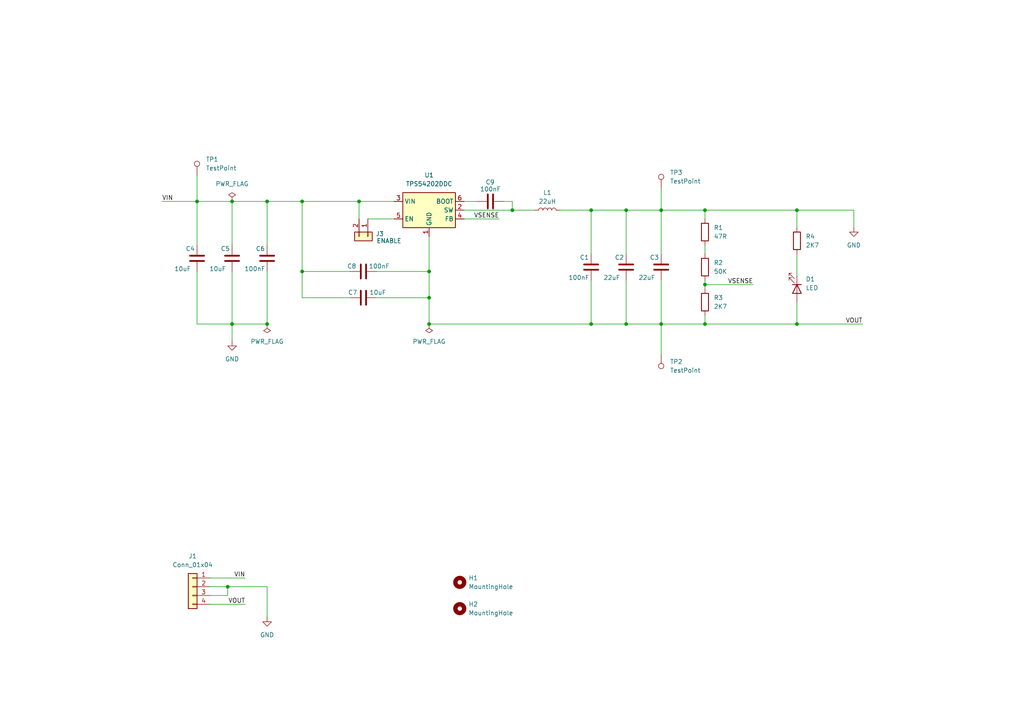
<source format=kicad_sch>
(kicad_sch (version 20231120) (generator "eeschema") (generator_version "8.0")
  (paper "A4")
  (lib_symbols
    (symbol "Connector:TestPoint" (pin_numbers hide) (pin_names (offset 0.762) hide)
      (property "Reference" "TP" (at 0 6.858 0))
      (property "Value" "TestPoint" (at 0 5.08 0))
      (symbol "TestPoint_0_1"
        (circle (center 0 3.302) (radius 0.762))
      )
      (symbol "TestPoint_1_1"
        (pin passive line (at 0 0 90) (length 2.54) (name "1") (number "1"))
      )
    )
    (symbol "Connector_Generic:Conn_01x02" (pin_names (offset 1.016) hide)
      (property "Reference" "J" (at 0 2.54 0))
      (property "Value" "Conn_01x02" (at 0 -5.08 0))
      (symbol "Conn_01x02_1_1"
        (rectangle (start -1.27 -2.413) (end 0 -2.667) (stroke (width 0.1524)))
        (rectangle (start -1.27 0.127) (end 0 -0.127) (stroke (width 0.1524)))
        (rectangle (start -1.27 1.27) (end 1.27 -3.81) (stroke (width 0.254)) (fill (type background)))
        (pin passive line (at -5.08 0 0) (length 3.81) (name "Pin_1") (number "1"))
        (pin passive line (at -5.08 -2.54 0) (length 3.81) (name "Pin_2") (number "2"))
      )
    )
    (symbol "Connector_Generic:Conn_01x04" (pin_names (offset 1.016) hide)
      (property "Reference" "J" (at 0 5.08 0))
      (property "Value" "Conn_01x04" (at 0 -7.62 0))
      (symbol "Conn_01x04_1_1"
        (rectangle (start -1.27 -4.953) (end 0 -5.207) (stroke (width 0.1524)))
        (rectangle (start -1.27 -2.413) (end 0 -2.667) (stroke (width 0.1524)))
        (rectangle (start -1.27 0.127) (end 0 -0.127) (stroke (width 0.1524)))
        (rectangle (start -1.27 2.667) (end 0 2.413) (stroke (width 0.1524)))
        (rectangle (start -1.27 3.81) (end 1.27 -6.35) (stroke (width 0.254)) (fill (type background)))
        (pin passive line (at -5.08 2.54 0) (length 3.81) (name "Pin_1") (number "1"))
        (pin passive line (at -5.08 0 0) (length 3.81) (name "Pin_2") (number "2"))
        (pin passive line (at -5.08 -2.54 0) (length 3.81) (name "Pin_3") (number "3"))
        (pin passive line (at -5.08 -5.08 0) (length 3.81) (name "Pin_4") (number "4"))
      )
    )
    (symbol "Device:C" (pin_numbers hide) (pin_names (offset 0.254))
      (property "Reference" "C" (at 0.635 2.54 0))
      (property "Value" "C" (at 0.635 -2.54 0))
      (symbol "C_0_1"
        (polyline (pts (xy -2.032 -0.762) (xy 2.032 -0.762)) (stroke (width 0.508)))
        (polyline (pts (xy -2.032 0.762) (xy 2.032 0.762)) (stroke (width 0.508)))
      )
      (symbol "C_1_1"
        (pin passive line (at 0 3.81 270) (length 2.794) (name "~") (number "1"))
        (pin passive line (at 0 -3.81 90) (length 2.794) (name "~") (number "2"))
      )
    )
    (symbol "Device:L" (pin_numbers hide) (pin_names (offset 1.016) hide)
      (property "Reference" "L" (at -1.27 0 90))
      (property "Value" "L" (at 1.905 0 90))
      (symbol "L_0_1"
        (arc (start 0 -2.54) (mid 0.6323 -1.905) (end 0 -1.27))
        (arc (start 0 -1.27) (mid 0.6323 -0.635) (end 0 0))
        (arc (start 0 0) (mid 0.6323 0.635) (end 0 1.27))
        (arc (start 0 1.27) (mid 0.6323 1.905) (end 0 2.54))
      )
      (symbol "L_1_1"
        (pin passive line (at 0 3.81 270) (length 1.27) (name "1") (number "1"))
        (pin passive line (at 0 -3.81 90) (length 1.27) (name "2") (number "2"))
      )
    )
    (symbol "Device:LED" (pin_numbers hide) (pin_names (offset 1.016) hide)
      (property "Reference" "D" (at 0 2.54 0))
      (property "Value" "LED" (at 0 -2.54 0))
      (symbol "LED_0_1"
        (polyline (pts (xy -1.27 -1.27) (xy -1.27 1.27)) (stroke (width 0.254)))
        (polyline (pts (xy -1.27 0) (xy 1.27 0)))
        (polyline (pts (xy 1.27 -1.27) (xy 1.27 1.27) (xy -1.27 0) (xy 1.27 -1.27)) (stroke (width 0.254)))
        (polyline (pts (xy -3.048 -0.762) (xy -4.572 -2.286) (xy -3.81 -2.286) (xy -4.572 -2.286) (xy -4.572 -1.524)))
        (polyline (pts (xy -1.778 -0.762) (xy -3.302 -2.286) (xy -2.54 -2.286) (xy -3.302 -2.286) (xy -3.302 -1.524)))
      )
      (symbol "LED_1_1"
        (pin passive line (at -3.81 0 0) (length 2.54) (name "K") (number "1"))
        (pin passive line (at 3.81 0 180) (length 2.54) (name "A") (number "2"))
      )
    )
    (symbol "Device:R" (pin_numbers hide) (pin_names (offset 0))
      (property "Reference" "R" (at 2.032 0 90))
      (property "Value" "R" (at 0 0 90))
      (symbol "R_0_1"
        (rectangle (start -1.016 -2.54) (end 1.016 2.54) (stroke (width 0.254)))
      )
      (symbol "R_1_1"
        (pin passive line (at 0 3.81 270) (length 1.27) (name "~") (number "1"))
        (pin passive line (at 0 -3.81 90) (length 1.27) (name "~") (number "2"))
      )
    )
    (symbol "Mechanical:MountingHole" (pin_names (offset 1.016)) (exclude_from_sim yes) (in_bom no)
      (property "Reference" "H" (at 0 5.08 0))
      (property "Value" "MountingHole" (at 0 3.175 0))
      (symbol "MountingHole_0_1"
        (circle (center 0 0) (radius 1.27) (stroke (width 1.27)))
      )
    )
    (symbol "Regulator_Switching:TPS54202DDC"
      (property "Reference" "U" (at -7.62 6.35 0))
      (property "Value" "TPS54202DDC" (at 0 6.35 0))
      (symbol "TPS54202DDC_0_1"
        (rectangle (start -7.62 5.08) (end 7.62 -5.08) (stroke (width 0.254)) (fill (type background)))
      )
      (symbol "TPS54202DDC_1_1"
        (pin power_in line (at 0 -7.62 90) (length 2.54) (name "GND") (number "1"))
        (pin power_out line (at 10.16 0 180) (length 2.54) (name "SW") (number "2"))
        (pin power_in line (at -10.16 2.54 0) (length 2.54) (name "VIN") (number "3"))
        (pin input line (at 10.16 -2.54 180) (length 2.54) (name "FB") (number "4"))
        (pin input line (at -10.16 -2.54 0) (length 2.54) (name "EN") (number "5"))
        (pin passive line (at 10.16 2.54 180) (length 2.54) (name "BOOT") (number "6"))
      )
    )
    (symbol "power:GND" (power) (pin_numbers hide) (pin_names (offset 0) hide)
      (property "Value" "GND" (at 0 -3.81 0))
      (symbol "GND_0_1"
        (polyline (pts (xy 0 0) (xy 0 -1.27) (xy 1.27 -1.27) (xy 0 -2.54) (xy -1.27 -1.27) (xy 0 -1.27)))
      )
      (symbol "GND_1_1"
        (pin power_in line (at 0 0 270) (length 0) (name "~") (number "1"))
      )
    )
    (symbol "power:PWR_FLAG" (power) (pin_numbers hide) (pin_names (offset 0) hide)
      (property "Value" "PWR_FLAG" (at 0 3.81 0))
      (symbol "PWR_FLAG_0_0"
        (pin power_out line (at 0 0 90) (length 0) (name "~") (number "1"))
      )
      (symbol "PWR_FLAG_0_1"
        (polyline (pts (xy 0 0) (xy 0 1.27) (xy -1.016 1.905) (xy 0 2.54) (xy 1.016 1.905) (xy 0 1.27)))
      )
    )
  )
  (junction (at 124.46 86.36))
  (junction (at 67.31 58.42))
  (junction (at 204.47 82.55))
  (junction (at 181.61 60.96))
  (junction (at 204.47 93.98))
  (junction (at 77.47 93.98))
  (junction (at 104.14 58.42))
  (junction (at 124.46 93.98))
  (junction (at 124.46 78.74))
  (junction (at 191.77 60.96))
  (junction (at 87.63 78.74))
  (junction (at 87.63 58.42))
  (junction (at 77.47 58.42))
  (junction (at 171.45 93.98))
  (junction (at 148.59 60.96))
  (junction (at 204.47 60.96))
  (junction (at 67.31 93.98))
  (junction (at 181.61 93.98))
  (junction (at 171.45 60.96))
  (junction (at 66.04 170.18))
  (junction (at 231.14 93.98))
  (junction (at 231.14 60.96))
  (junction (at 57.15 58.42))
  (junction (at 191.77 93.98))
  (wire (pts (xy 77.47 170.18) (xy 77.47 179.07)))
  (wire (pts (xy 60.96 172.72) (xy 66.04 172.72)))
  (wire (pts (xy 67.31 93.98) (xy 67.31 99.06)))
  (wire (pts (xy 109.22 86.36) (xy 124.46 86.36)))
  (wire (pts (xy 67.31 93.98) (xy 77.47 93.98)))
  (wire (pts (xy 87.63 86.36) (xy 101.6 86.36)))
  (wire (pts (xy 57.15 58.42) (xy 67.31 58.42)))
  (wire (pts (xy 134.62 60.96) (xy 148.59 60.96)))
  (wire (pts (xy 124.46 93.98) (xy 171.45 93.98)))
  (wire (pts (xy 77.47 58.42) (xy 87.63 58.42)))
  (wire (pts (xy 204.47 91.44) (xy 204.47 93.98)))
  (wire (pts (xy 67.31 58.42) (xy 67.31 71.12)))
  (wire (pts (xy 181.61 60.96) (xy 191.77 60.96)))
  (wire (pts (xy 148.59 58.42) (xy 148.59 60.96)))
  (wire (pts (xy 146.05 58.42) (xy 148.59 58.42)))
  (wire (pts (xy 204.47 82.55) (xy 204.47 83.82)))
  (wire (pts (xy 60.96 170.18) (xy 66.04 170.18)))
  (wire (pts (xy 191.77 81.28) (xy 191.77 93.98)))
  (wire (pts (xy 87.63 78.74) (xy 87.63 86.36)))
  (wire (pts (xy 77.47 58.42) (xy 77.47 71.12)))
  (wire (pts (xy 60.96 175.26) (xy 71.12 175.26)))
  (wire (pts (xy 181.61 93.98) (xy 191.77 93.98)))
  (wire (pts (xy 57.15 93.98) (xy 67.31 93.98)))
  (wire (pts (xy 204.47 93.98) (xy 231.14 93.98)))
  (wire (pts (xy 171.45 60.96) (xy 181.61 60.96)))
  (wire (pts (xy 67.31 58.42) (xy 77.47 58.42)))
  (wire (pts (xy 181.61 60.96) (xy 181.61 73.66)))
  (wire (pts (xy 60.96 167.64) (xy 71.12 167.64)))
  (wire (pts (xy 77.47 78.74) (xy 77.47 93.98)))
  (wire (pts (xy 191.77 93.98) (xy 191.77 102.87)))
  (wire (pts (xy 231.14 73.66) (xy 231.14 80.01)))
  (wire (pts (xy 124.46 78.74) (xy 124.46 86.36)))
  (wire (pts (xy 134.62 58.42) (xy 138.43 58.42)))
  (wire (pts (xy 57.15 58.42) (xy 46.99 58.42)))
  (wire (pts (xy 181.61 81.28) (xy 181.61 93.98)))
  (wire (pts (xy 171.45 81.28) (xy 171.45 93.98)))
  (wire (pts (xy 57.15 78.74) (xy 57.15 93.98)))
  (wire (pts (xy 87.63 78.74) (xy 101.6 78.74)))
  (wire (pts (xy 162.56 60.96) (xy 171.45 60.96)))
  (wire (pts (xy 231.14 60.96) (xy 247.65 60.96)))
  (wire (pts (xy 191.77 54.61) (xy 191.77 60.96)))
  (wire (pts (xy 247.65 60.96) (xy 247.65 66.04)))
  (wire (pts (xy 66.04 170.18) (xy 77.47 170.18)))
  (wire (pts (xy 87.63 58.42) (xy 87.63 78.74)))
  (wire (pts (xy 104.14 58.42) (xy 114.3 58.42)))
  (wire (pts (xy 204.47 60.96) (xy 204.47 63.5)))
  (wire (pts (xy 191.77 93.98) (xy 204.47 93.98)))
  (wire (pts (xy 191.77 60.96) (xy 204.47 60.96)))
  (wire (pts (xy 171.45 93.98) (xy 181.61 93.98)))
  (wire (pts (xy 171.45 60.96) (xy 171.45 73.66)))
  (wire (pts (xy 114.3 63.5) (xy 106.68 63.5)))
  (wire (pts (xy 204.47 60.96) (xy 231.14 60.96)))
  (wire (pts (xy 124.46 86.36) (xy 124.46 93.98)))
  (wire (pts (xy 87.63 58.42) (xy 104.14 58.42)))
  (wire (pts (xy 66.04 172.72) (xy 66.04 170.18)))
  (wire (pts (xy 104.14 63.5) (xy 104.14 58.42)))
  (wire (pts (xy 204.47 81.28) (xy 204.47 82.55)))
  (wire (pts (xy 67.31 78.74) (xy 67.31 93.98)))
  (wire (pts (xy 204.47 82.55) (xy 218.44 82.55)))
  (wire (pts (xy 57.15 58.42) (xy 57.15 71.12)))
  (wire (pts (xy 231.14 87.63) (xy 231.14 93.98)))
  (wire (pts (xy 191.77 60.96) (xy 191.77 73.66)))
  (wire (pts (xy 231.14 93.98) (xy 250.19 93.98)))
  (wire (pts (xy 148.59 60.96) (xy 154.94 60.96)))
  (wire (pts (xy 124.46 68.58) (xy 124.46 78.74)))
  (wire (pts (xy 204.47 71.12) (xy 204.47 73.66)))
  (wire (pts (xy 57.15 50.8) (xy 57.15 58.42)))
  (wire (pts (xy 109.22 78.74) (xy 124.46 78.74)))
  (wire (pts (xy 231.14 60.96) (xy 231.14 66.04)))
  (wire (pts (xy 134.62 63.5) (xy 144.78 63.5)))
  (label "VSENSE" (at 144.78 63.5 180))
  (label "VSENSE" (at 218.44 82.55 180))
  (label "VOUT" (at 250.19 93.98 180))
  (label "VIN" (at 46.99 58.42 0))
  (label "VOUT" (at 71.12 175.26 180))
  (label "VIN" (at 71.12 167.64 180))
  (symbol (lib_id "Device:R") (at 204.47 77.47 180) (unit 1)
    (property "Reference" "R2" (at 207.01 76.1999 0) (effects (justify right)))
    (property "Value" "50K" (at 207.01 78.7399 0) (effects (justify right)))
    (property "Footprint" "Resistor_SMD:R_0805_2012Metric_Pad1.20x1.40mm_HandSolder" (effects (hide yes)))
    (property "Description" "Resistor" (effects (hide yes)))
  )
  (symbol (lib_id "Connector_Generic:Conn_01x04") (at 55.88 170.18 0) (mirror y) (unit 1)
    (property "Reference" "J1" (at 55.88 161.29 0))
    (property "Value" "Conn_01x04" (at 55.88 163.83 0))
    (property "Footprint" "Connector_PinHeader_2.54mm:PinHeader_1x04_P2.54mm_Vertical" (effects (hide yes)))
    (property "Description" "Generic connector, single row, 01x04, script generated (kicad-library-utils/schlib/autogen/connector/)" (effects (hide yes)))
  )
  (symbol (lib_id "Connector:TestPoint") (at 57.15 50.8 0) (unit 1)
    (property "Reference" "TP1" (at 59.69 46.2279 0) (effects (justify left)))
    (property "Value" "TestPoint" (at 59.69 48.7679 0) (effects (justify left)))
    (property "Footprint" "TestPoint:TestPoint_Pad_2.5x2.5mm" (effects (hide yes)))
    (property "Description" "test point" (effects (hide yes)))
  )
  (symbol (lib_id "Device:C") (at 105.41 78.74 90) (unit 1)
    (property "Reference" "C8" (at 103.378 77.216 90) (effects (justify left)))
    (property "Value" "100nF" (at 113.03 77.216 90) (effects (justify left)))
    (property "Footprint" "Capacitor_SMD:C_0805_2012Metric_Pad1.18x1.45mm_HandSolder" (effects (hide yes)))
    (property "Description" "Unpolarized capacitor" (effects (hide yes)))
  )
  (symbol (lib_id "Device:C") (at 67.31 74.93 0) (unit 1)
    (property "Reference" "C5" (at 64.008 72.136 0) (effects (justify left)))
    (property "Value" "10uF" (at 60.706 77.978 0) (effects (justify left)))
    (property "Footprint" "Capacitor_SMD:CP_Elec_4x3" (effects (hide yes)))
    (property "Description" "Unpolarized capacitor" (effects (hide yes)))
  )
  (symbol (lib_id "Mechanical:MountingHole") (at 133.35 176.53 0) (unit 1) (exclude_from_sim yes) (in_bom no)
    (property "Reference" "H2" (at 135.89 175.2599 0) (effects (justify left)))
    (property "Value" "MountingHole" (at 135.89 177.7999 0) (effects (justify left)))
    (property "Footprint" "MountingHole:MountingHole_3.2mm_M3" (effects (hide yes)))
    (property "Description" "Mounting Hole without connection" (effects (hide yes)))
  )
  (symbol (lib_id "Device:R") (at 204.47 67.31 180) (unit 1)
    (property "Reference" "R1" (at 207.01 66.0399 0) (effects (justify right)))
    (property "Value" "47R" (at 207.01 68.5799 0) (effects (justify right)))
    (property "Footprint" "Resistor_SMD:R_0805_2012Metric_Pad1.20x1.40mm_HandSolder" (effects (hide yes)))
    (property "Description" "Resistor" (effects (hide yes)))
  )
  (symbol (lib_id "Device:R") (at 231.14 69.85 180) (unit 1)
    (property "Reference" "R4" (at 233.68 68.5799 0) (effects (justify right)))
    (property "Value" "2K7" (at 233.68 71.1199 0) (effects (justify right)))
    (property "Footprint" "Resistor_SMD:R_0805_2012Metric_Pad1.20x1.40mm_HandSolder" (effects (hide yes)))
    (property "Description" "Resistor" (effects (hide yes)))
  )
  (symbol (lib_id "Device:R") (at 204.47 87.63 180) (unit 1)
    (property "Reference" "R3" (at 207.01 86.3599 0) (effects (justify right)))
    (property "Value" "2K7" (at 207.01 88.8999 0) (effects (justify right)))
    (property "Footprint" "Resistor_SMD:R_0805_2012Metric_Pad1.20x1.40mm_HandSolder" (effects (hide yes)))
    (property "Description" "Resistor" (effects (hide yes)))
  )
  (symbol (lib_id "power:PWR_FLAG") (at 77.47 93.98 180) (unit 1)
    (property "Reference" "#FLG01" (effects (hide yes)))
    (property "Value" "PWR_FLAG" (at 77.47 99.06 0))
    (property "Description" "Special symbol for telling ERC where power comes from" (effects (hide yes)))
  )
  (symbol (lib_id "Device:C") (at 77.47 74.93 0) (unit 1)
    (property "Reference" "C6" (at 74.168 72.136 0) (effects (justify left)))
    (property "Value" "100nF" (at 70.866 77.978 0) (effects (justify left)))
    (property "Footprint" "Capacitor_SMD:C_0805_2012Metric_Pad1.18x1.45mm_HandSolder" (effects (hide yes)))
    (property "Description" "Unpolarized capacitor" (effects (hide yes)))
  )
  (symbol (lib_id "Device:LED") (at 231.14 83.82 270) (unit 1)
    (property "Reference" "D1" (at 233.68 80.9624 90) (effects (justify left)))
    (property "Value" "LED" (at 233.68 83.5024 90) (effects (justify left)))
    (property "Footprint" "LED_SMD:LED_1206_3216Metric_Pad1.42x1.75mm_HandSolder" (effects (hide yes)))
    (property "Description" "Light emitting diode" (effects (hide yes)))
  )
  (symbol (lib_id "power:GND") (at 67.31 99.06 0) (unit 1)
    (property "Reference" "#PWR02" (effects (hide yes)))
    (property "Value" "GND" (at 67.31 104.14 0))
    (property "Description" "Power symbol creates a global label with name \"GND\" , ground" (effects (hide yes)))
  )
  (symbol (lib_id "Mechanical:MountingHole") (at 133.35 168.91 0) (unit 1) (exclude_from_sim yes) (in_bom no)
    (property "Reference" "H1" (at 135.89 167.6399 0) (effects (justify left)))
    (property "Value" "MountingHole" (at 135.89 170.1799 0) (effects (justify left)))
    (property "Footprint" "MountingHole:MountingHole_3.2mm_M3" (effects (hide yes)))
    (property "Description" "Mounting Hole without connection" (effects (hide yes)))
  )
  (symbol (lib_id "Device:C") (at 191.77 77.47 0) (unit 1)
    (property "Reference" "C3" (at 188.468 74.676 0) (effects (justify left)))
    (property "Value" "22uF" (at 185.166 80.518 0) (effects (justify left)))
    (property "Footprint" "Capacitor_SMD:CP_Elec_4x3" (effects (hide yes)))
    (property "Description" "Unpolarized capacitor" (effects (hide yes)))
  )
  (symbol (lib_id "Device:L") (at 158.75 60.96 90) (unit 1)
    (property "Reference" "L1" (at 158.75 55.88 90))
    (property "Value" "22uH" (at 158.75 58.42 90))
    (property "Footprint" "Inductor_SMD:L_Ferrocore_DLG-0403" (effects (hide yes)))
    (property "Description" "Inductor" (effects (hide yes)))
  )
  (symbol (lib_id "power:PWR_FLAG") (at 124.46 93.98 180) (unit 1)
    (property "Reference" "#FLG02" (effects (hide yes)))
    (property "Value" "PWR_FLAG" (at 124.46 99.06 0))
    (property "Description" "Special symbol for telling ERC where power comes from" (effects (hide yes)))
  )
  (symbol (lib_id "Connector:TestPoint") (at 191.77 54.61 0) (unit 1)
    (property "Reference" "TP3" (at 194.31 50.0379 0) (effects (justify left)))
    (property "Value" "TestPoint" (at 194.31 52.5779 0) (effects (justify left)))
    (property "Footprint" "TestPoint:TestPoint_Keystone_5005-5009_Compact" (effects (hide yes)))
    (property "Description" "test point" (effects (hide yes)))
  )
  (symbol (lib_id "Regulator_Switching:TPS54202DDC") (at 124.46 60.96 0) (unit 1)
    (property "Reference" "U1" (at 124.46 50.8 0))
    (property "Value" "TPS54202DDC" (at 124.46 53.34 0))
    (property "Footprint" "Package_TO_SOT_SMD:SOT-23-6" (effects (hide yes)))
    (property "Datasheet" "http://www.ti.com/lit/ds/symlink/tps54202.pdf" (effects (hide yes)))
    (property "Description" "2A, 4.5 to 28V Input, EMI Friendly integrated switch synchronous step-down regulator, pulse-skipping, SOT-23-6" (effects (hide yes)))
  )
  (symbol (lib_id "power:GND") (at 77.47 179.07 0) (unit 1)
    (property "Reference" "#PWR03" (effects (hide yes)))
    (property "Value" "GND" (at 77.47 184.15 0))
    (property "Description" "Power symbol creates a global label with name \"GND\" , ground" (effects (hide yes)))
  )
  (symbol (lib_id "Device:C") (at 171.45 77.47 0) (unit 1)
    (property "Reference" "C1" (at 168.148 74.676 0) (effects (justify left)))
    (property "Value" "100nF" (at 164.846 80.518 0) (effects (justify left)))
    (property "Footprint" "Capacitor_SMD:C_0805_2012Metric_Pad1.18x1.45mm_HandSolder" (effects (hide yes)))
    (property "Description" "Unpolarized capacitor" (effects (hide yes)))
  )
  (symbol (lib_id "power:GND") (at 247.65 66.04 0) (unit 1)
    (property "Reference" "#PWR01" (effects (hide yes)))
    (property "Value" "GND" (at 247.65 71.12 0))
    (property "Description" "Power symbol creates a global label with name \"GND\" , ground" (effects (hide yes)))
  )
  (symbol (lib_id "Connector_Generic:Conn_01x02") (at 106.68 68.58 270) (unit 1)
    (property "Reference" "J3" (at 108.966 67.818 90) (effects (justify left)))
    (property "Value" "ENABLE" (at 109.22 69.8499 90) (effects (justify left)))
    (property "Footprint" "Connector_PinHeader_2.54mm:PinHeader_1x02_P2.54mm_Vertical" (effects (hide yes)))
    (property "Description" "Generic connector, single row, 01x02, script generated (kicad-library-utils/schlib/autogen/connector/)" (effects (hide yes)))
  )
  (symbol (lib_id "power:PWR_FLAG") (at 67.31 58.42 0) (unit 1)
    (property "Reference" "#FLG03" (effects (hide yes)))
    (property "Value" "PWR_FLAG" (at 67.31 53.34 0))
    (property "Description" "Special symbol for telling ERC where power comes from" (effects (hide yes)))
  )
  (symbol (lib_id "Device:C") (at 181.61 77.47 0) (unit 1)
    (property "Reference" "C2" (at 178.308 74.676 0) (effects (justify left)))
    (property "Value" "22uF" (at 175.006 80.518 0) (effects (justify left)))
    (property "Footprint" "Capacitor_SMD:CP_Elec_4x3" (effects (hide yes)))
    (property "Description" "Unpolarized capacitor" (effects (hide yes)))
  )
  (symbol (lib_id "Device:C") (at 57.15 74.93 0) (unit 1)
    (property "Reference" "C4" (at 53.848 72.136 0) (effects (justify left)))
    (property "Value" "10uF" (at 50.546 77.978 0) (effects (justify left)))
    (property "Footprint" "Capacitor_SMD:CP_Elec_4x3" (effects (hide yes)))
    (property "Description" "Unpolarized capacitor" (effects (hide yes)))
  )
  (symbol (lib_id "Connector:TestPoint") (at 191.77 102.87 180) (unit 1)
    (property "Reference" "TP2" (at 194.31 104.9019 0) (effects (justify right)))
    (property "Value" "TestPoint" (at 194.31 107.4419 0) (effects (justify right)))
    (property "Footprint" "TestPoint:TestPoint_Pad_2.5x2.5mm" (effects (hide yes)))
    (property "Description" "test point" (effects (hide yes)))
  )
  (symbol (lib_id "Device:C") (at 142.24 58.42 90) (unit 1)
    (property "Reference" "C9" (at 143.51 52.832 90) (effects (justify left)))
    (property "Value" "100nF" (at 145.288 54.864 90) (effects (justify left)))
    (property "Footprint" "Capacitor_SMD:C_0805_2012Metric_Pad1.18x1.45mm_HandSolder" (effects (hide yes)))
    (property "Description" "Unpolarized capacitor" (effects (hide yes)))
  )
  (symbol (lib_id "Device:C") (at 105.41 86.36 90) (unit 1)
    (property "Reference" "C7" (at 103.632 84.836 90) (effects (justify left)))
    (property "Value" "10uF" (at 112.014 84.836 90) (effects (justify left)))
    (property "Footprint" "Capacitor_SMD:CP_Elec_4x3" (effects (hide yes)))
    (property "Description" "Unpolarized capacitor" (effects (hide yes)))
  )
)
</source>
